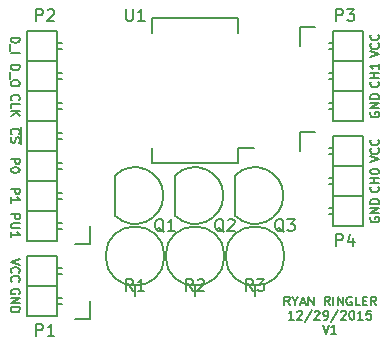
<source format=gto>
G04 #@! TF.FileFunction,Legend,Top*
%FSLAX46Y46*%
G04 Gerber Fmt 4.6, Leading zero omitted, Abs format (unit mm)*
G04 Created by KiCad (PCBNEW 4.0.1-stable) date Tuesday, December 29, 2015 'PMt' 07:02:28 PM*
%MOMM*%
G01*
G04 APERTURE LIST*
%ADD10C,0.100000*%
%ADD11C,0.150000*%
G04 APERTURE END LIST*
D10*
D11*
X166751429Y-128679286D02*
X166501429Y-128322143D01*
X166322857Y-128679286D02*
X166322857Y-127929286D01*
X166608572Y-127929286D01*
X166680000Y-127965000D01*
X166715715Y-128000714D01*
X166751429Y-128072143D01*
X166751429Y-128179286D01*
X166715715Y-128250714D01*
X166680000Y-128286429D01*
X166608572Y-128322143D01*
X166322857Y-128322143D01*
X167215715Y-128322143D02*
X167215715Y-128679286D01*
X166965715Y-127929286D02*
X167215715Y-128322143D01*
X167465715Y-127929286D01*
X167680000Y-128465000D02*
X168037143Y-128465000D01*
X167608572Y-128679286D02*
X167858572Y-127929286D01*
X168108572Y-128679286D01*
X168358571Y-128679286D02*
X168358571Y-127929286D01*
X168787143Y-128679286D01*
X168787143Y-127929286D01*
X170144286Y-128679286D02*
X169894286Y-128322143D01*
X169715714Y-128679286D02*
X169715714Y-127929286D01*
X170001429Y-127929286D01*
X170072857Y-127965000D01*
X170108572Y-128000714D01*
X170144286Y-128072143D01*
X170144286Y-128179286D01*
X170108572Y-128250714D01*
X170072857Y-128286429D01*
X170001429Y-128322143D01*
X169715714Y-128322143D01*
X170465714Y-128679286D02*
X170465714Y-127929286D01*
X170822857Y-128679286D02*
X170822857Y-127929286D01*
X171251429Y-128679286D01*
X171251429Y-127929286D01*
X172001429Y-127965000D02*
X171930000Y-127929286D01*
X171822857Y-127929286D01*
X171715714Y-127965000D01*
X171644286Y-128036429D01*
X171608571Y-128107857D01*
X171572857Y-128250714D01*
X171572857Y-128357857D01*
X171608571Y-128500714D01*
X171644286Y-128572143D01*
X171715714Y-128643571D01*
X171822857Y-128679286D01*
X171894286Y-128679286D01*
X172001429Y-128643571D01*
X172037143Y-128607857D01*
X172037143Y-128357857D01*
X171894286Y-128357857D01*
X172715714Y-128679286D02*
X172358571Y-128679286D01*
X172358571Y-127929286D01*
X172965714Y-128286429D02*
X173215714Y-128286429D01*
X173322857Y-128679286D02*
X172965714Y-128679286D01*
X172965714Y-127929286D01*
X173322857Y-127929286D01*
X174072857Y-128679286D02*
X173822857Y-128322143D01*
X173644285Y-128679286D02*
X173644285Y-127929286D01*
X173930000Y-127929286D01*
X174001428Y-127965000D01*
X174037143Y-128000714D01*
X174072857Y-128072143D01*
X174072857Y-128179286D01*
X174037143Y-128250714D01*
X174001428Y-128286429D01*
X173930000Y-128322143D01*
X173644285Y-128322143D01*
X167108571Y-129879286D02*
X166679999Y-129879286D01*
X166894285Y-129879286D02*
X166894285Y-129129286D01*
X166822856Y-129236429D01*
X166751428Y-129307857D01*
X166679999Y-129343571D01*
X167394285Y-129200714D02*
X167429999Y-129165000D01*
X167501428Y-129129286D01*
X167679999Y-129129286D01*
X167751428Y-129165000D01*
X167787142Y-129200714D01*
X167822857Y-129272143D01*
X167822857Y-129343571D01*
X167787142Y-129450714D01*
X167358571Y-129879286D01*
X167822857Y-129879286D01*
X168680000Y-129093571D02*
X168037143Y-130057857D01*
X168894285Y-129200714D02*
X168929999Y-129165000D01*
X169001428Y-129129286D01*
X169179999Y-129129286D01*
X169251428Y-129165000D01*
X169287142Y-129200714D01*
X169322857Y-129272143D01*
X169322857Y-129343571D01*
X169287142Y-129450714D01*
X168858571Y-129879286D01*
X169322857Y-129879286D01*
X169680000Y-129879286D02*
X169822857Y-129879286D01*
X169894285Y-129843571D01*
X169930000Y-129807857D01*
X170001428Y-129700714D01*
X170037143Y-129557857D01*
X170037143Y-129272143D01*
X170001428Y-129200714D01*
X169965714Y-129165000D01*
X169894285Y-129129286D01*
X169751428Y-129129286D01*
X169680000Y-129165000D01*
X169644285Y-129200714D01*
X169608571Y-129272143D01*
X169608571Y-129450714D01*
X169644285Y-129522143D01*
X169680000Y-129557857D01*
X169751428Y-129593571D01*
X169894285Y-129593571D01*
X169965714Y-129557857D01*
X170001428Y-129522143D01*
X170037143Y-129450714D01*
X170894286Y-129093571D02*
X170251429Y-130057857D01*
X171108571Y-129200714D02*
X171144285Y-129165000D01*
X171215714Y-129129286D01*
X171394285Y-129129286D01*
X171465714Y-129165000D01*
X171501428Y-129200714D01*
X171537143Y-129272143D01*
X171537143Y-129343571D01*
X171501428Y-129450714D01*
X171072857Y-129879286D01*
X171537143Y-129879286D01*
X172001429Y-129129286D02*
X172072857Y-129129286D01*
X172144286Y-129165000D01*
X172180000Y-129200714D01*
X172215714Y-129272143D01*
X172251429Y-129415000D01*
X172251429Y-129593571D01*
X172215714Y-129736429D01*
X172180000Y-129807857D01*
X172144286Y-129843571D01*
X172072857Y-129879286D01*
X172001429Y-129879286D01*
X171930000Y-129843571D01*
X171894286Y-129807857D01*
X171858571Y-129736429D01*
X171822857Y-129593571D01*
X171822857Y-129415000D01*
X171858571Y-129272143D01*
X171894286Y-129200714D01*
X171930000Y-129165000D01*
X172001429Y-129129286D01*
X172965715Y-129879286D02*
X172537143Y-129879286D01*
X172751429Y-129879286D02*
X172751429Y-129129286D01*
X172680000Y-129236429D01*
X172608572Y-129307857D01*
X172537143Y-129343571D01*
X173644286Y-129129286D02*
X173287143Y-129129286D01*
X173251429Y-129486429D01*
X173287143Y-129450714D01*
X173358572Y-129415000D01*
X173537143Y-129415000D01*
X173608572Y-129450714D01*
X173644286Y-129486429D01*
X173680001Y-129557857D01*
X173680001Y-129736429D01*
X173644286Y-129807857D01*
X173608572Y-129843571D01*
X173537143Y-129879286D01*
X173358572Y-129879286D01*
X173287143Y-129843571D01*
X173251429Y-129807857D01*
X169572858Y-130329286D02*
X169822858Y-131079286D01*
X170072858Y-130329286D01*
X170715715Y-131079286D02*
X170287143Y-131079286D01*
X170501429Y-131079286D02*
X170501429Y-130329286D01*
X170430000Y-130436429D01*
X170358572Y-130507857D01*
X170287143Y-130543571D01*
X143170714Y-120973571D02*
X143920714Y-120973571D01*
X143920714Y-121259286D01*
X143885000Y-121330714D01*
X143849286Y-121366429D01*
X143777857Y-121402143D01*
X143670714Y-121402143D01*
X143599286Y-121366429D01*
X143563571Y-121330714D01*
X143527857Y-121259286D01*
X143527857Y-120973571D01*
X143920714Y-121723571D02*
X143313571Y-121723571D01*
X143242143Y-121759286D01*
X143206429Y-121795000D01*
X143170714Y-121866429D01*
X143170714Y-122009286D01*
X143206429Y-122080714D01*
X143242143Y-122116429D01*
X143313571Y-122152143D01*
X143920714Y-122152143D01*
X143170714Y-122902143D02*
X143170714Y-122473571D01*
X143170714Y-122687857D02*
X143920714Y-122687857D01*
X143813571Y-122616428D01*
X143742143Y-122545000D01*
X143706429Y-122473571D01*
X143170714Y-118826428D02*
X143920714Y-118826428D01*
X143920714Y-119112143D01*
X143885000Y-119183571D01*
X143849286Y-119219286D01*
X143777857Y-119255000D01*
X143670714Y-119255000D01*
X143599286Y-119219286D01*
X143563571Y-119183571D01*
X143527857Y-119112143D01*
X143527857Y-118826428D01*
X143170714Y-119969286D02*
X143170714Y-119540714D01*
X143170714Y-119755000D02*
X143920714Y-119755000D01*
X143813571Y-119683571D01*
X143742143Y-119612143D01*
X143706429Y-119540714D01*
X174257857Y-118627857D02*
X174293571Y-118663571D01*
X174329286Y-118770714D01*
X174329286Y-118842143D01*
X174293571Y-118949286D01*
X174222143Y-119020714D01*
X174150714Y-119056429D01*
X174007857Y-119092143D01*
X173900714Y-119092143D01*
X173757857Y-119056429D01*
X173686429Y-119020714D01*
X173615000Y-118949286D01*
X173579286Y-118842143D01*
X173579286Y-118770714D01*
X173615000Y-118663571D01*
X173650714Y-118627857D01*
X174329286Y-118306429D02*
X173579286Y-118306429D01*
X173936429Y-118306429D02*
X173936429Y-117877857D01*
X174329286Y-117877857D02*
X173579286Y-117877857D01*
X173579286Y-117377857D02*
X173579286Y-117306429D01*
X173615000Y-117235000D01*
X173650714Y-117199286D01*
X173722143Y-117163572D01*
X173865000Y-117127857D01*
X174043571Y-117127857D01*
X174186429Y-117163572D01*
X174257857Y-117199286D01*
X174293571Y-117235000D01*
X174329286Y-117306429D01*
X174329286Y-117377857D01*
X174293571Y-117449286D01*
X174257857Y-117485000D01*
X174186429Y-117520715D01*
X174043571Y-117556429D01*
X173865000Y-117556429D01*
X173722143Y-117520715D01*
X173650714Y-117485000D01*
X173615000Y-117449286D01*
X173579286Y-117377857D01*
X174257857Y-109737857D02*
X174293571Y-109773571D01*
X174329286Y-109880714D01*
X174329286Y-109952143D01*
X174293571Y-110059286D01*
X174222143Y-110130714D01*
X174150714Y-110166429D01*
X174007857Y-110202143D01*
X173900714Y-110202143D01*
X173757857Y-110166429D01*
X173686429Y-110130714D01*
X173615000Y-110059286D01*
X173579286Y-109952143D01*
X173579286Y-109880714D01*
X173615000Y-109773571D01*
X173650714Y-109737857D01*
X174329286Y-109416429D02*
X173579286Y-109416429D01*
X173936429Y-109416429D02*
X173936429Y-108987857D01*
X174329286Y-108987857D02*
X173579286Y-108987857D01*
X174329286Y-108237857D02*
X174329286Y-108666429D01*
X174329286Y-108452143D02*
X173579286Y-108452143D01*
X173686429Y-108523572D01*
X173757857Y-108595000D01*
X173793571Y-108666429D01*
X173615000Y-112331428D02*
X173579286Y-112402857D01*
X173579286Y-112510000D01*
X173615000Y-112617143D01*
X173686429Y-112688571D01*
X173757857Y-112724286D01*
X173900714Y-112760000D01*
X174007857Y-112760000D01*
X174150714Y-112724286D01*
X174222143Y-112688571D01*
X174293571Y-112617143D01*
X174329286Y-112510000D01*
X174329286Y-112438571D01*
X174293571Y-112331428D01*
X174257857Y-112295714D01*
X174007857Y-112295714D01*
X174007857Y-112438571D01*
X174329286Y-111974286D02*
X173579286Y-111974286D01*
X174329286Y-111545714D01*
X173579286Y-111545714D01*
X174329286Y-111188572D02*
X173579286Y-111188572D01*
X173579286Y-111010000D01*
X173615000Y-110902857D01*
X173686429Y-110831429D01*
X173757857Y-110795714D01*
X173900714Y-110760000D01*
X174007857Y-110760000D01*
X174150714Y-110795714D01*
X174222143Y-110831429D01*
X174293571Y-110902857D01*
X174329286Y-111010000D01*
X174329286Y-111188572D01*
X173579286Y-107679999D02*
X174329286Y-107429999D01*
X173579286Y-107179999D01*
X174257857Y-106501428D02*
X174293571Y-106537142D01*
X174329286Y-106644285D01*
X174329286Y-106715714D01*
X174293571Y-106822857D01*
X174222143Y-106894285D01*
X174150714Y-106930000D01*
X174007857Y-106965714D01*
X173900714Y-106965714D01*
X173757857Y-106930000D01*
X173686429Y-106894285D01*
X173615000Y-106822857D01*
X173579286Y-106715714D01*
X173579286Y-106644285D01*
X173615000Y-106537142D01*
X173650714Y-106501428D01*
X174257857Y-105751428D02*
X174293571Y-105787142D01*
X174329286Y-105894285D01*
X174329286Y-105965714D01*
X174293571Y-106072857D01*
X174222143Y-106144285D01*
X174150714Y-106180000D01*
X174007857Y-106215714D01*
X173900714Y-106215714D01*
X173757857Y-106180000D01*
X173686429Y-106144285D01*
X173615000Y-106072857D01*
X173579286Y-105965714D01*
X173579286Y-105894285D01*
X173615000Y-105787142D01*
X173650714Y-105751428D01*
X173615000Y-121221428D02*
X173579286Y-121292857D01*
X173579286Y-121400000D01*
X173615000Y-121507143D01*
X173686429Y-121578571D01*
X173757857Y-121614286D01*
X173900714Y-121650000D01*
X174007857Y-121650000D01*
X174150714Y-121614286D01*
X174222143Y-121578571D01*
X174293571Y-121507143D01*
X174329286Y-121400000D01*
X174329286Y-121328571D01*
X174293571Y-121221428D01*
X174257857Y-121185714D01*
X174007857Y-121185714D01*
X174007857Y-121328571D01*
X174329286Y-120864286D02*
X173579286Y-120864286D01*
X174329286Y-120435714D01*
X173579286Y-120435714D01*
X174329286Y-120078572D02*
X173579286Y-120078572D01*
X173579286Y-119900000D01*
X173615000Y-119792857D01*
X173686429Y-119721429D01*
X173757857Y-119685714D01*
X173900714Y-119650000D01*
X174007857Y-119650000D01*
X174150714Y-119685714D01*
X174222143Y-119721429D01*
X174293571Y-119792857D01*
X174329286Y-119900000D01*
X174329286Y-120078572D01*
X173579286Y-116569999D02*
X174329286Y-116319999D01*
X173579286Y-116069999D01*
X174257857Y-115391428D02*
X174293571Y-115427142D01*
X174329286Y-115534285D01*
X174329286Y-115605714D01*
X174293571Y-115712857D01*
X174222143Y-115784285D01*
X174150714Y-115820000D01*
X174007857Y-115855714D01*
X173900714Y-115855714D01*
X173757857Y-115820000D01*
X173686429Y-115784285D01*
X173615000Y-115712857D01*
X173579286Y-115605714D01*
X173579286Y-115534285D01*
X173615000Y-115427142D01*
X173650714Y-115391428D01*
X174257857Y-114641428D02*
X174293571Y-114677142D01*
X174329286Y-114784285D01*
X174329286Y-114855714D01*
X174293571Y-114962857D01*
X174222143Y-115034285D01*
X174150714Y-115070000D01*
X174007857Y-115105714D01*
X173900714Y-115105714D01*
X173757857Y-115070000D01*
X173686429Y-115034285D01*
X173615000Y-114962857D01*
X173579286Y-114855714D01*
X173579286Y-114784285D01*
X173615000Y-114677142D01*
X173650714Y-114641428D01*
X143170714Y-106019285D02*
X143920714Y-106019285D01*
X143920714Y-106197857D01*
X143885000Y-106305000D01*
X143813571Y-106376428D01*
X143742143Y-106412143D01*
X143599286Y-106447857D01*
X143492143Y-106447857D01*
X143349286Y-106412143D01*
X143277857Y-106376428D01*
X143206429Y-106305000D01*
X143170714Y-106197857D01*
X143170714Y-106019285D01*
X143099286Y-106590714D02*
X143099286Y-107162143D01*
X143170714Y-107340714D02*
X143920714Y-107340714D01*
X143170714Y-108345000D02*
X143920714Y-108345000D01*
X143920714Y-108523572D01*
X143885000Y-108630715D01*
X143813571Y-108702143D01*
X143742143Y-108737858D01*
X143599286Y-108773572D01*
X143492143Y-108773572D01*
X143349286Y-108737858D01*
X143277857Y-108702143D01*
X143206429Y-108630715D01*
X143170714Y-108523572D01*
X143170714Y-108345000D01*
X143099286Y-108916429D02*
X143099286Y-109487858D01*
X143920714Y-109809287D02*
X143920714Y-109952144D01*
X143885000Y-110023572D01*
X143813571Y-110095001D01*
X143670714Y-110130715D01*
X143420714Y-110130715D01*
X143277857Y-110095001D01*
X143206429Y-110023572D01*
X143170714Y-109952144D01*
X143170714Y-109809287D01*
X143206429Y-109737858D01*
X143277857Y-109666429D01*
X143420714Y-109630715D01*
X143670714Y-109630715D01*
X143813571Y-109666429D01*
X143885000Y-109737858D01*
X143920714Y-109809287D01*
X143242143Y-111313572D02*
X143206429Y-111277858D01*
X143170714Y-111170715D01*
X143170714Y-111099286D01*
X143206429Y-110992143D01*
X143277857Y-110920715D01*
X143349286Y-110885000D01*
X143492143Y-110849286D01*
X143599286Y-110849286D01*
X143742143Y-110885000D01*
X143813571Y-110920715D01*
X143885000Y-110992143D01*
X143920714Y-111099286D01*
X143920714Y-111170715D01*
X143885000Y-111277858D01*
X143849286Y-111313572D01*
X143170714Y-111992143D02*
X143170714Y-111635000D01*
X143920714Y-111635000D01*
X143170714Y-112242143D02*
X143920714Y-112242143D01*
X143170714Y-112670715D02*
X143599286Y-112349286D01*
X143920714Y-112670715D02*
X143492143Y-112242143D01*
X143242143Y-114175000D02*
X143206429Y-114139286D01*
X143170714Y-114032143D01*
X143170714Y-113960714D01*
X143206429Y-113853571D01*
X143277857Y-113782143D01*
X143349286Y-113746428D01*
X143492143Y-113710714D01*
X143599286Y-113710714D01*
X143742143Y-113746428D01*
X143813571Y-113782143D01*
X143885000Y-113853571D01*
X143920714Y-113960714D01*
X143920714Y-114032143D01*
X143885000Y-114139286D01*
X143849286Y-114175000D01*
X143206429Y-114460714D02*
X143170714Y-114567857D01*
X143170714Y-114746428D01*
X143206429Y-114817857D01*
X143242143Y-114853571D01*
X143313571Y-114889286D01*
X143385000Y-114889286D01*
X143456429Y-114853571D01*
X143492143Y-114817857D01*
X143527857Y-114746428D01*
X143563571Y-114603571D01*
X143599286Y-114532143D01*
X143635000Y-114496428D01*
X143706429Y-114460714D01*
X143777857Y-114460714D01*
X143849286Y-114496428D01*
X143885000Y-114532143D01*
X143920714Y-114603571D01*
X143920714Y-114782143D01*
X143885000Y-114889286D01*
X144050000Y-113567857D02*
X144050000Y-115032143D01*
X143170714Y-116286428D02*
X143920714Y-116286428D01*
X143920714Y-116572143D01*
X143885000Y-116643571D01*
X143849286Y-116679286D01*
X143777857Y-116715000D01*
X143670714Y-116715000D01*
X143599286Y-116679286D01*
X143563571Y-116643571D01*
X143527857Y-116572143D01*
X143527857Y-116286428D01*
X143920714Y-117179286D02*
X143920714Y-117250714D01*
X143885000Y-117322143D01*
X143849286Y-117357857D01*
X143777857Y-117393571D01*
X143635000Y-117429286D01*
X143456429Y-117429286D01*
X143313571Y-117393571D01*
X143242143Y-117357857D01*
X143206429Y-117322143D01*
X143170714Y-117250714D01*
X143170714Y-117179286D01*
X143206429Y-117107857D01*
X143242143Y-117072143D01*
X143313571Y-117036428D01*
X143456429Y-117000714D01*
X143635000Y-117000714D01*
X143777857Y-117036428D01*
X143849286Y-117072143D01*
X143885000Y-117107857D01*
X143920714Y-117179286D01*
X143885000Y-127698572D02*
X143920714Y-127627143D01*
X143920714Y-127520000D01*
X143885000Y-127412857D01*
X143813571Y-127341429D01*
X143742143Y-127305714D01*
X143599286Y-127270000D01*
X143492143Y-127270000D01*
X143349286Y-127305714D01*
X143277857Y-127341429D01*
X143206429Y-127412857D01*
X143170714Y-127520000D01*
X143170714Y-127591429D01*
X143206429Y-127698572D01*
X143242143Y-127734286D01*
X143492143Y-127734286D01*
X143492143Y-127591429D01*
X143170714Y-128055714D02*
X143920714Y-128055714D01*
X143170714Y-128484286D01*
X143920714Y-128484286D01*
X143170714Y-128841428D02*
X143920714Y-128841428D01*
X143920714Y-129020000D01*
X143885000Y-129127143D01*
X143813571Y-129198571D01*
X143742143Y-129234286D01*
X143599286Y-129270000D01*
X143492143Y-129270000D01*
X143349286Y-129234286D01*
X143277857Y-129198571D01*
X143206429Y-129127143D01*
X143170714Y-129020000D01*
X143170714Y-128841428D01*
X143920714Y-124730001D02*
X143170714Y-124980001D01*
X143920714Y-125230001D01*
X143242143Y-125908572D02*
X143206429Y-125872858D01*
X143170714Y-125765715D01*
X143170714Y-125694286D01*
X143206429Y-125587143D01*
X143277857Y-125515715D01*
X143349286Y-125480000D01*
X143492143Y-125444286D01*
X143599286Y-125444286D01*
X143742143Y-125480000D01*
X143813571Y-125515715D01*
X143885000Y-125587143D01*
X143920714Y-125694286D01*
X143920714Y-125765715D01*
X143885000Y-125872858D01*
X143849286Y-125908572D01*
X143242143Y-126658572D02*
X143206429Y-126622858D01*
X143170714Y-126515715D01*
X143170714Y-126444286D01*
X143206429Y-126337143D01*
X143277857Y-126265715D01*
X143349286Y-126230000D01*
X143492143Y-126194286D01*
X143599286Y-126194286D01*
X143742143Y-126230000D01*
X143813571Y-126265715D01*
X143885000Y-126337143D01*
X143920714Y-126444286D01*
X143920714Y-126515715D01*
X143885000Y-126622858D01*
X143849286Y-126658572D01*
X151970000Y-117680000D02*
X151970000Y-121080000D01*
X151972944Y-117682944D02*
G75*
G02X156070000Y-119380000I1697056J-1697056D01*
G01*
X151972944Y-121077056D02*
G75*
G03X156070000Y-119380000I1697056J1697056D01*
G01*
X162425000Y-116595000D02*
X162425000Y-115325000D01*
X155075000Y-116595000D02*
X155075000Y-115325000D01*
X155075000Y-104385000D02*
X155075000Y-105655000D01*
X162425000Y-104385000D02*
X162425000Y-105655000D01*
X162425000Y-116595000D02*
X155075000Y-116595000D01*
X162425000Y-104385000D02*
X155075000Y-104385000D01*
X162425000Y-115325000D02*
X163710000Y-115325000D01*
X153670000Y-126900940D02*
X153670000Y-127901700D01*
X156169360Y-124500640D02*
G75*
G03X156169360Y-124500640I-2499360J0D01*
G01*
X172974000Y-105664000D02*
X172974000Y-112776000D01*
X167610000Y-105130000D02*
X167610000Y-106680000D01*
X168910000Y-105130000D02*
X167610000Y-105130000D01*
X170434000Y-106426000D02*
X170053000Y-106426000D01*
X170434000Y-106934000D02*
X170053000Y-106934000D01*
X170434000Y-108966000D02*
X170053000Y-108966000D01*
X170434000Y-109474000D02*
X170053000Y-109474000D01*
X170434000Y-111506000D02*
X170053000Y-111506000D01*
X170434000Y-112014000D02*
X170053000Y-112014000D01*
X172974000Y-107950000D02*
X172974000Y-105410000D01*
X170434000Y-107950000D02*
X172974000Y-107950000D01*
X170434000Y-105410000D02*
X170434000Y-107950000D01*
X170434000Y-105410000D02*
X172974000Y-105410000D01*
X170434000Y-110490000D02*
X172974000Y-110490000D01*
X170434000Y-110490000D02*
X170434000Y-113030000D01*
X172974000Y-113030000D02*
X172974000Y-110490000D01*
X170434000Y-110490000D02*
X172974000Y-110490000D01*
X170434000Y-107950000D02*
X170434000Y-110490000D01*
X170434000Y-107950000D02*
X172974000Y-107950000D01*
X170434000Y-113030000D02*
X172974000Y-113030000D01*
X172974000Y-114554000D02*
X172974000Y-121666000D01*
X167610000Y-114020000D02*
X167610000Y-115570000D01*
X168910000Y-114020000D02*
X167610000Y-114020000D01*
X170434000Y-115316000D02*
X170053000Y-115316000D01*
X170434000Y-115824000D02*
X170053000Y-115824000D01*
X170434000Y-117856000D02*
X170053000Y-117856000D01*
X170434000Y-118364000D02*
X170053000Y-118364000D01*
X170434000Y-120396000D02*
X170053000Y-120396000D01*
X170434000Y-120904000D02*
X170053000Y-120904000D01*
X172974000Y-116840000D02*
X172974000Y-114300000D01*
X170434000Y-116840000D02*
X172974000Y-116840000D01*
X170434000Y-114300000D02*
X170434000Y-116840000D01*
X170434000Y-114300000D02*
X172974000Y-114300000D01*
X170434000Y-119380000D02*
X172974000Y-119380000D01*
X170434000Y-119380000D02*
X170434000Y-121920000D01*
X172974000Y-121920000D02*
X172974000Y-119380000D01*
X170434000Y-119380000D02*
X172974000Y-119380000D01*
X170434000Y-116840000D02*
X170434000Y-119380000D01*
X170434000Y-116840000D02*
X172974000Y-116840000D01*
X170434000Y-121920000D02*
X172974000Y-121920000D01*
X157050000Y-117680000D02*
X157050000Y-121080000D01*
X157052944Y-117682944D02*
G75*
G02X161150000Y-119380000I1697056J-1697056D01*
G01*
X157052944Y-121077056D02*
G75*
G03X161150000Y-119380000I1697056J1697056D01*
G01*
X162130000Y-117680000D02*
X162130000Y-121080000D01*
X162132944Y-117682944D02*
G75*
G02X166230000Y-119380000I1697056J-1697056D01*
G01*
X162132944Y-121077056D02*
G75*
G03X166230000Y-119380000I1697056J1697056D01*
G01*
X158750000Y-126900940D02*
X158750000Y-127901700D01*
X161249360Y-124500640D02*
G75*
G03X161249360Y-124500640I-2499360J0D01*
G01*
X163830000Y-126900940D02*
X163830000Y-127901700D01*
X166329360Y-124500640D02*
G75*
G03X166329360Y-124500640I-2499360J0D01*
G01*
X149890000Y-129820000D02*
X149890000Y-128270000D01*
X148590000Y-129820000D02*
X149890000Y-129820000D01*
X147066000Y-128524000D02*
X147447000Y-128524000D01*
X147066000Y-128016000D02*
X147447000Y-128016000D01*
X147066000Y-125984000D02*
X147447000Y-125984000D01*
X147066000Y-125476000D02*
X147447000Y-125476000D01*
X147066000Y-129540000D02*
X144526000Y-129540000D01*
X147066000Y-127000000D02*
X144526000Y-127000000D01*
X147066000Y-127000000D02*
X147066000Y-124460000D01*
X147066000Y-124460000D02*
X144526000Y-124460000D01*
X144526000Y-124460000D02*
X144526000Y-127000000D01*
X144526000Y-127000000D02*
X144526000Y-129540000D01*
X147066000Y-127000000D02*
X144526000Y-127000000D01*
X147066000Y-129540000D02*
X147066000Y-127000000D01*
X144526000Y-122936000D02*
X144526000Y-105664000D01*
X149890000Y-123470000D02*
X149890000Y-121920000D01*
X148590000Y-123470000D02*
X149890000Y-123470000D01*
X147066000Y-122174000D02*
X147447000Y-122174000D01*
X147066000Y-121666000D02*
X147447000Y-121666000D01*
X147066000Y-119634000D02*
X147447000Y-119634000D01*
X147066000Y-119126000D02*
X147447000Y-119126000D01*
X147066000Y-117094000D02*
X147447000Y-117094000D01*
X147066000Y-116586000D02*
X147447000Y-116586000D01*
X147066000Y-114554000D02*
X147447000Y-114554000D01*
X147066000Y-114046000D02*
X147447000Y-114046000D01*
X147066000Y-106426000D02*
X147447000Y-106426000D01*
X147066000Y-106934000D02*
X147447000Y-106934000D01*
X147066000Y-108966000D02*
X147447000Y-108966000D01*
X147066000Y-109474000D02*
X147447000Y-109474000D01*
X147066000Y-111506000D02*
X147447000Y-111506000D01*
X147066000Y-112014000D02*
X147447000Y-112014000D01*
X144526000Y-120650000D02*
X144526000Y-123190000D01*
X147066000Y-120650000D02*
X144526000Y-120650000D01*
X147066000Y-123190000D02*
X147066000Y-120650000D01*
X147066000Y-123190000D02*
X144526000Y-123190000D01*
X147066000Y-118110000D02*
X144526000Y-118110000D01*
X147066000Y-118110000D02*
X147066000Y-115570000D01*
X147066000Y-115570000D02*
X144526000Y-115570000D01*
X147066000Y-118110000D02*
X144526000Y-118110000D01*
X147066000Y-120650000D02*
X147066000Y-118110000D01*
X147066000Y-120650000D02*
X144526000Y-120650000D01*
X147066000Y-110490000D02*
X144526000Y-110490000D01*
X147066000Y-110490000D02*
X147066000Y-107950000D01*
X147066000Y-107950000D02*
X144526000Y-107950000D01*
X144526000Y-105410000D02*
X144526000Y-107950000D01*
X147066000Y-105410000D02*
X144526000Y-105410000D01*
X147066000Y-107950000D02*
X147066000Y-105410000D01*
X147066000Y-107950000D02*
X144526000Y-107950000D01*
X147066000Y-113030000D02*
X144526000Y-113030000D01*
X147066000Y-113030000D02*
X147066000Y-110490000D01*
X147066000Y-110490000D02*
X144526000Y-110490000D01*
X147066000Y-113030000D02*
X144526000Y-113030000D01*
X147066000Y-115570000D02*
X147066000Y-113030000D01*
X147066000Y-115570000D02*
X144526000Y-115570000D01*
X156114762Y-122467619D02*
X156019524Y-122420000D01*
X155924286Y-122324762D01*
X155781429Y-122181905D01*
X155686190Y-122134286D01*
X155590952Y-122134286D01*
X155638571Y-122372381D02*
X155543333Y-122324762D01*
X155448095Y-122229524D01*
X155400476Y-122039048D01*
X155400476Y-121705714D01*
X155448095Y-121515238D01*
X155543333Y-121420000D01*
X155638571Y-121372381D01*
X155829048Y-121372381D01*
X155924286Y-121420000D01*
X156019524Y-121515238D01*
X156067143Y-121705714D01*
X156067143Y-122039048D01*
X156019524Y-122229524D01*
X155924286Y-122324762D01*
X155829048Y-122372381D01*
X155638571Y-122372381D01*
X157019524Y-122372381D02*
X156448095Y-122372381D01*
X156733809Y-122372381D02*
X156733809Y-121372381D01*
X156638571Y-121515238D01*
X156543333Y-121610476D01*
X156448095Y-121658095D01*
X152908095Y-103592381D02*
X152908095Y-104401905D01*
X152955714Y-104497143D01*
X153003333Y-104544762D01*
X153098571Y-104592381D01*
X153289048Y-104592381D01*
X153384286Y-104544762D01*
X153431905Y-104497143D01*
X153479524Y-104401905D01*
X153479524Y-103592381D01*
X154479524Y-104592381D02*
X153908095Y-104592381D01*
X154193809Y-104592381D02*
X154193809Y-103592381D01*
X154098571Y-103735238D01*
X154003333Y-103830476D01*
X153908095Y-103878095D01*
X153503334Y-127452381D02*
X153170000Y-126976190D01*
X152931905Y-127452381D02*
X152931905Y-126452381D01*
X153312858Y-126452381D01*
X153408096Y-126500000D01*
X153455715Y-126547619D01*
X153503334Y-126642857D01*
X153503334Y-126785714D01*
X153455715Y-126880952D01*
X153408096Y-126928571D01*
X153312858Y-126976190D01*
X152931905Y-126976190D01*
X154455715Y-127452381D02*
X153884286Y-127452381D01*
X154170000Y-127452381D02*
X154170000Y-126452381D01*
X154074762Y-126595238D01*
X153979524Y-126690476D01*
X153884286Y-126738095D01*
X170711905Y-104592381D02*
X170711905Y-103592381D01*
X171092858Y-103592381D01*
X171188096Y-103640000D01*
X171235715Y-103687619D01*
X171283334Y-103782857D01*
X171283334Y-103925714D01*
X171235715Y-104020952D01*
X171188096Y-104068571D01*
X171092858Y-104116190D01*
X170711905Y-104116190D01*
X171616667Y-103592381D02*
X172235715Y-103592381D01*
X171902381Y-103973333D01*
X172045239Y-103973333D01*
X172140477Y-104020952D01*
X172188096Y-104068571D01*
X172235715Y-104163810D01*
X172235715Y-104401905D01*
X172188096Y-104497143D01*
X172140477Y-104544762D01*
X172045239Y-104592381D01*
X171759524Y-104592381D01*
X171664286Y-104544762D01*
X171616667Y-104497143D01*
X170711905Y-123642381D02*
X170711905Y-122642381D01*
X171092858Y-122642381D01*
X171188096Y-122690000D01*
X171235715Y-122737619D01*
X171283334Y-122832857D01*
X171283334Y-122975714D01*
X171235715Y-123070952D01*
X171188096Y-123118571D01*
X171092858Y-123166190D01*
X170711905Y-123166190D01*
X172140477Y-122975714D02*
X172140477Y-123642381D01*
X171902381Y-122594762D02*
X171664286Y-123309048D01*
X172283334Y-123309048D01*
X161194762Y-122467619D02*
X161099524Y-122420000D01*
X161004286Y-122324762D01*
X160861429Y-122181905D01*
X160766190Y-122134286D01*
X160670952Y-122134286D01*
X160718571Y-122372381D02*
X160623333Y-122324762D01*
X160528095Y-122229524D01*
X160480476Y-122039048D01*
X160480476Y-121705714D01*
X160528095Y-121515238D01*
X160623333Y-121420000D01*
X160718571Y-121372381D01*
X160909048Y-121372381D01*
X161004286Y-121420000D01*
X161099524Y-121515238D01*
X161147143Y-121705714D01*
X161147143Y-122039048D01*
X161099524Y-122229524D01*
X161004286Y-122324762D01*
X160909048Y-122372381D01*
X160718571Y-122372381D01*
X161528095Y-121467619D02*
X161575714Y-121420000D01*
X161670952Y-121372381D01*
X161909048Y-121372381D01*
X162004286Y-121420000D01*
X162051905Y-121467619D01*
X162099524Y-121562857D01*
X162099524Y-121658095D01*
X162051905Y-121800952D01*
X161480476Y-122372381D01*
X162099524Y-122372381D01*
X166274762Y-122467619D02*
X166179524Y-122420000D01*
X166084286Y-122324762D01*
X165941429Y-122181905D01*
X165846190Y-122134286D01*
X165750952Y-122134286D01*
X165798571Y-122372381D02*
X165703333Y-122324762D01*
X165608095Y-122229524D01*
X165560476Y-122039048D01*
X165560476Y-121705714D01*
X165608095Y-121515238D01*
X165703333Y-121420000D01*
X165798571Y-121372381D01*
X165989048Y-121372381D01*
X166084286Y-121420000D01*
X166179524Y-121515238D01*
X166227143Y-121705714D01*
X166227143Y-122039048D01*
X166179524Y-122229524D01*
X166084286Y-122324762D01*
X165989048Y-122372381D01*
X165798571Y-122372381D01*
X166560476Y-121372381D02*
X167179524Y-121372381D01*
X166846190Y-121753333D01*
X166989048Y-121753333D01*
X167084286Y-121800952D01*
X167131905Y-121848571D01*
X167179524Y-121943810D01*
X167179524Y-122181905D01*
X167131905Y-122277143D01*
X167084286Y-122324762D01*
X166989048Y-122372381D01*
X166703333Y-122372381D01*
X166608095Y-122324762D01*
X166560476Y-122277143D01*
X158583334Y-127452381D02*
X158250000Y-126976190D01*
X158011905Y-127452381D02*
X158011905Y-126452381D01*
X158392858Y-126452381D01*
X158488096Y-126500000D01*
X158535715Y-126547619D01*
X158583334Y-126642857D01*
X158583334Y-126785714D01*
X158535715Y-126880952D01*
X158488096Y-126928571D01*
X158392858Y-126976190D01*
X158011905Y-126976190D01*
X158964286Y-126547619D02*
X159011905Y-126500000D01*
X159107143Y-126452381D01*
X159345239Y-126452381D01*
X159440477Y-126500000D01*
X159488096Y-126547619D01*
X159535715Y-126642857D01*
X159535715Y-126738095D01*
X159488096Y-126880952D01*
X158916667Y-127452381D01*
X159535715Y-127452381D01*
X163663334Y-127452381D02*
X163330000Y-126976190D01*
X163091905Y-127452381D02*
X163091905Y-126452381D01*
X163472858Y-126452381D01*
X163568096Y-126500000D01*
X163615715Y-126547619D01*
X163663334Y-126642857D01*
X163663334Y-126785714D01*
X163615715Y-126880952D01*
X163568096Y-126928571D01*
X163472858Y-126976190D01*
X163091905Y-126976190D01*
X163996667Y-126452381D02*
X164615715Y-126452381D01*
X164282381Y-126833333D01*
X164425239Y-126833333D01*
X164520477Y-126880952D01*
X164568096Y-126928571D01*
X164615715Y-127023810D01*
X164615715Y-127261905D01*
X164568096Y-127357143D01*
X164520477Y-127404762D01*
X164425239Y-127452381D01*
X164139524Y-127452381D01*
X164044286Y-127404762D01*
X163996667Y-127357143D01*
X145311905Y-131262381D02*
X145311905Y-130262381D01*
X145692858Y-130262381D01*
X145788096Y-130310000D01*
X145835715Y-130357619D01*
X145883334Y-130452857D01*
X145883334Y-130595714D01*
X145835715Y-130690952D01*
X145788096Y-130738571D01*
X145692858Y-130786190D01*
X145311905Y-130786190D01*
X146835715Y-131262381D02*
X146264286Y-131262381D01*
X146550000Y-131262381D02*
X146550000Y-130262381D01*
X146454762Y-130405238D01*
X146359524Y-130500476D01*
X146264286Y-130548095D01*
X145311905Y-104592381D02*
X145311905Y-103592381D01*
X145692858Y-103592381D01*
X145788096Y-103640000D01*
X145835715Y-103687619D01*
X145883334Y-103782857D01*
X145883334Y-103925714D01*
X145835715Y-104020952D01*
X145788096Y-104068571D01*
X145692858Y-104116190D01*
X145311905Y-104116190D01*
X146264286Y-103687619D02*
X146311905Y-103640000D01*
X146407143Y-103592381D01*
X146645239Y-103592381D01*
X146740477Y-103640000D01*
X146788096Y-103687619D01*
X146835715Y-103782857D01*
X146835715Y-103878095D01*
X146788096Y-104020952D01*
X146216667Y-104592381D01*
X146835715Y-104592381D01*
M02*

</source>
